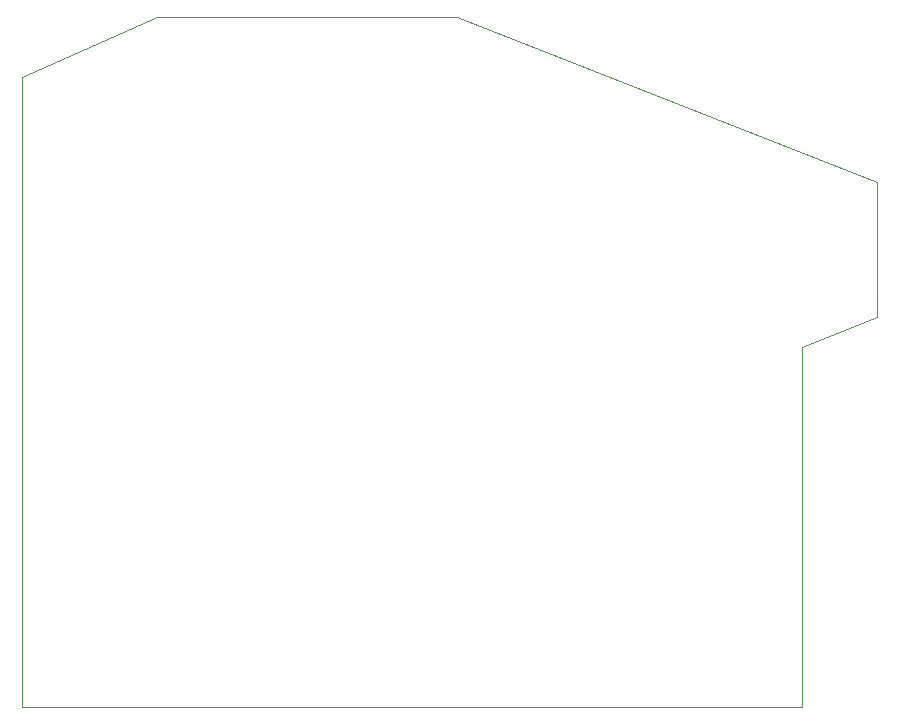
<source format=gbr>
G04 #@! TF.GenerationSoftware,KiCad,Pcbnew,(5.1.5)-3*
G04 #@! TF.CreationDate,2020-04-08T18:39:47+02:00*
G04 #@! TF.ProjectId,raceMini1,72616365-4d69-46e6-9931-2e6b69636164,rev?*
G04 #@! TF.SameCoordinates,Original*
G04 #@! TF.FileFunction,Profile,NP*
%FSLAX46Y46*%
G04 Gerber Fmt 4.6, Leading zero omitted, Abs format (unit mm)*
G04 Created by KiCad (PCBNEW (5.1.5)-3) date 2020-04-08 18:39:47*
%MOMM*%
%LPD*%
G04 APERTURE LIST*
%ADD10C,0.050000*%
G04 APERTURE END LIST*
D10*
X162560000Y-109220000D02*
X156210000Y-111760000D01*
X156210000Y-142240000D02*
X156210000Y-111760000D01*
X90170000Y-88900000D02*
X101600000Y-83820000D01*
X127000000Y-83820000D02*
X162560000Y-97790000D01*
X90170000Y-88900000D02*
X90170000Y-142240000D01*
X127000000Y-83820000D02*
X101600000Y-83820000D01*
X162560000Y-109220000D02*
X162560000Y-97790000D01*
X90170000Y-142240000D02*
X156210000Y-142240000D01*
M02*

</source>
